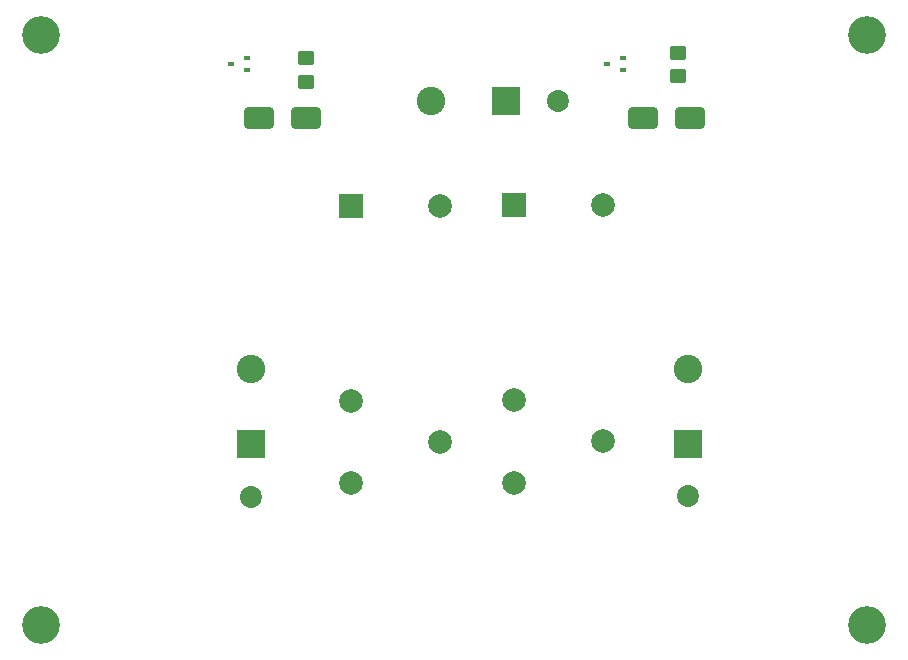
<source format=gts>
G04 #@! TF.GenerationSoftware,KiCad,Pcbnew,9.0.0*
G04 #@! TF.CreationDate,2025-04-19T00:24:36-05:00*
G04 #@! TF.ProjectId,Charging_PCB,43686172-6769-46e6-975f-5043422e6b69,rev?*
G04 #@! TF.SameCoordinates,Original*
G04 #@! TF.FileFunction,Soldermask,Top*
G04 #@! TF.FilePolarity,Negative*
%FSLAX46Y46*%
G04 Gerber Fmt 4.6, Leading zero omitted, Abs format (unit mm)*
G04 Created by KiCad (PCBNEW 9.0.0) date 2025-04-19 00:24:36*
%MOMM*%
%LPD*%
G01*
G04 APERTURE LIST*
G04 Aperture macros list*
%AMRoundRect*
0 Rectangle with rounded corners*
0 $1 Rounding radius*
0 $2 $3 $4 $5 $6 $7 $8 $9 X,Y pos of 4 corners*
0 Add a 4 corners polygon primitive as box body*
4,1,4,$2,$3,$4,$5,$6,$7,$8,$9,$2,$3,0*
0 Add four circle primitives for the rounded corners*
1,1,$1+$1,$2,$3*
1,1,$1+$1,$4,$5*
1,1,$1+$1,$6,$7*
1,1,$1+$1,$8,$9*
0 Add four rect primitives between the rounded corners*
20,1,$1+$1,$2,$3,$4,$5,0*
20,1,$1+$1,$4,$5,$6,$7,0*
20,1,$1+$1,$6,$7,$8,$9,0*
20,1,$1+$1,$8,$9,$2,$3,0*%
G04 Aperture macros list end*
%ADD10RoundRect,0.102000X1.105000X-1.105000X1.105000X1.105000X-1.105000X1.105000X-1.105000X-1.105000X0*%
%ADD11C,1.860000*%
%ADD12C,2.414000*%
%ADD13C,2.000000*%
%ADD14R,2.000000X2.000000*%
%ADD15RoundRect,0.250000X-0.450000X0.350000X-0.450000X-0.350000X0.450000X-0.350000X0.450000X0.350000X0*%
%ADD16C,3.200000*%
%ADD17RoundRect,0.100000X-0.155000X-0.100000X0.155000X-0.100000X0.155000X0.100000X-0.155000X0.100000X0*%
%ADD18RoundRect,0.250000X1.000000X0.650000X-1.000000X0.650000X-1.000000X-0.650000X1.000000X-0.650000X0*%
%ADD19RoundRect,0.102000X1.105000X1.105000X-1.105000X1.105000X-1.105000X-1.105000X1.105000X-1.105000X0*%
G04 APERTURE END LIST*
D10*
X129812500Y-114162500D03*
D11*
X129812500Y-118612500D03*
D12*
X129812500Y-107812500D03*
D13*
X152125000Y-117425000D03*
X159625000Y-113925000D03*
X152125000Y-110425000D03*
D14*
X152125000Y-93925000D03*
D13*
X159625000Y-93925000D03*
D15*
X166000000Y-81000000D03*
X166000000Y-83000000D03*
D13*
X138312500Y-117462500D03*
X145812500Y-113962500D03*
X138312500Y-110462500D03*
D14*
X138312500Y-93962500D03*
D13*
X145812500Y-93962500D03*
D16*
X182000000Y-129500000D03*
D17*
X129457500Y-81462500D03*
X129457500Y-82462500D03*
X128167500Y-81962500D03*
D15*
X134500000Y-81462500D03*
X134500000Y-83462500D03*
D10*
X166812500Y-114135000D03*
D11*
X166812500Y-118585000D03*
D12*
X166812500Y-107785000D03*
D17*
X161290000Y-81500000D03*
X161290000Y-82500000D03*
X160000000Y-82000000D03*
D16*
X112000000Y-79500000D03*
D18*
X167000000Y-86500000D03*
X163000000Y-86500000D03*
X134500000Y-86500000D03*
X130500000Y-86500000D03*
D16*
X182000000Y-79500000D03*
X112000000Y-129500000D03*
D11*
X155837500Y-85135000D03*
D19*
X151387500Y-85135000D03*
D12*
X145037500Y-85135000D03*
M02*

</source>
